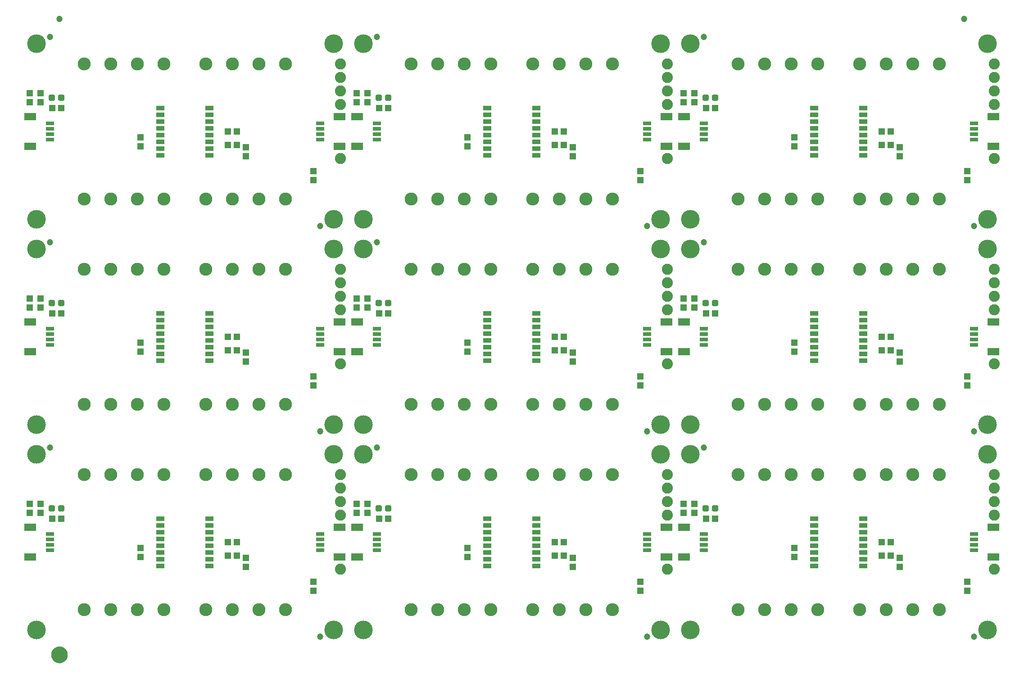
<source format=gts>
G04 EAGLE Gerber RS-274X export*
G75*
%MOMM*%
%FSLAX34Y34*%
%LPD*%
%INSoldermask Top*%
%IPPOS*%
%AMOC8*
5,1,8,0,0,1.08239X$1,22.5*%
G01*
%ADD10C,3.505200*%
%ADD11C,1.203200*%
%ADD12R,2.203200X1.403200*%
%ADD13R,1.553200X0.803200*%
%ADD14R,1.203200X1.303200*%
%ADD15R,1.600200X0.850900*%
%ADD16R,1.303200X1.203200*%
%ADD17C,2.453200*%
%ADD18C,0.505344*%
%ADD19C,2.082800*%
%ADD20C,1.270000*%
%ADD21C,1.703200*%


D10*
X25400Y25400D03*
X584200Y25400D03*
D11*
X558800Y12700D03*
X50800Y368300D03*
D12*
X14050Y218500D03*
X14050Y162500D03*
D13*
X50800Y205500D03*
X50800Y195500D03*
X50800Y185500D03*
X50800Y175500D03*
D14*
X220980Y162950D03*
X220980Y179950D03*
D12*
X595550Y162500D03*
X595550Y218500D03*
D13*
X558800Y175500D03*
X558800Y185500D03*
X558800Y195500D03*
X558800Y205500D03*
D14*
X33020Y245500D03*
X33020Y262500D03*
X12700Y245500D03*
X12700Y262500D03*
D15*
X351300Y146050D03*
X351300Y158750D03*
X351300Y171450D03*
X351300Y184150D03*
X351300Y196850D03*
X351300Y209550D03*
X351300Y222250D03*
X351300Y234950D03*
X258300Y234950D03*
X258300Y222250D03*
X258300Y209550D03*
X258300Y196850D03*
X258300Y184150D03*
X258300Y171450D03*
X258300Y158750D03*
X258300Y146050D03*
D16*
X402200Y190500D03*
X385200Y190500D03*
X402200Y165100D03*
X385200Y165100D03*
D14*
X419100Y160900D03*
X419100Y143900D03*
D10*
X584200Y355600D03*
X25400Y355600D03*
D14*
X546100Y116450D03*
X546100Y99450D03*
D17*
X494100Y63500D03*
X444100Y63500D03*
X394100Y63500D03*
X344100Y63500D03*
X344100Y317500D03*
X394100Y317500D03*
X444100Y317500D03*
X494100Y317500D03*
D16*
X55000Y234950D03*
X72000Y234950D03*
D18*
X68780Y250510D02*
X68780Y257490D01*
X75760Y257490D01*
X75760Y250510D01*
X68780Y250510D01*
X68780Y255310D02*
X75760Y255310D01*
X51240Y257490D02*
X51240Y250510D01*
X51240Y257490D02*
X58220Y257490D01*
X58220Y250510D01*
X51240Y250510D01*
X51240Y255310D02*
X58220Y255310D01*
D17*
X115500Y317500D03*
X165500Y317500D03*
X215500Y317500D03*
X265500Y317500D03*
X265500Y63500D03*
X215500Y63500D03*
X165500Y63500D03*
X115500Y63500D03*
D19*
X596900Y139700D03*
X596900Y241300D03*
X596900Y266700D03*
X596900Y292100D03*
X596900Y317500D03*
D10*
X640080Y25400D03*
X1198880Y25400D03*
D11*
X1173480Y12700D03*
X665480Y368300D03*
D12*
X628730Y218500D03*
X628730Y162500D03*
D13*
X665480Y205500D03*
X665480Y195500D03*
X665480Y185500D03*
X665480Y175500D03*
D14*
X835660Y162950D03*
X835660Y179950D03*
D12*
X1210230Y162500D03*
X1210230Y218500D03*
D13*
X1173480Y175500D03*
X1173480Y185500D03*
X1173480Y195500D03*
X1173480Y205500D03*
D14*
X647700Y245500D03*
X647700Y262500D03*
X627380Y245500D03*
X627380Y262500D03*
D15*
X965980Y146050D03*
X965980Y158750D03*
X965980Y171450D03*
X965980Y184150D03*
X965980Y196850D03*
X965980Y209550D03*
X965980Y222250D03*
X965980Y234950D03*
X872980Y234950D03*
X872980Y222250D03*
X872980Y209550D03*
X872980Y196850D03*
X872980Y184150D03*
X872980Y171450D03*
X872980Y158750D03*
X872980Y146050D03*
D16*
X1016880Y190500D03*
X999880Y190500D03*
X1016880Y165100D03*
X999880Y165100D03*
D14*
X1033780Y160900D03*
X1033780Y143900D03*
D10*
X1198880Y355600D03*
X640080Y355600D03*
D14*
X1160780Y116450D03*
X1160780Y99450D03*
D17*
X1108780Y63500D03*
X1058780Y63500D03*
X1008780Y63500D03*
X958780Y63500D03*
X958780Y317500D03*
X1008780Y317500D03*
X1058780Y317500D03*
X1108780Y317500D03*
D16*
X669680Y234950D03*
X686680Y234950D03*
D18*
X683460Y250510D02*
X683460Y257490D01*
X690440Y257490D01*
X690440Y250510D01*
X683460Y250510D01*
X683460Y255310D02*
X690440Y255310D01*
X665920Y257490D02*
X665920Y250510D01*
X665920Y257490D02*
X672900Y257490D01*
X672900Y250510D01*
X665920Y250510D01*
X665920Y255310D02*
X672900Y255310D01*
D17*
X730180Y317500D03*
X780180Y317500D03*
X830180Y317500D03*
X880180Y317500D03*
X880180Y63500D03*
X830180Y63500D03*
X780180Y63500D03*
X730180Y63500D03*
D19*
X1211580Y139700D03*
X1211580Y241300D03*
X1211580Y266700D03*
X1211580Y292100D03*
X1211580Y317500D03*
D10*
X1254760Y25400D03*
X1813560Y25400D03*
D11*
X1788160Y12700D03*
X1280160Y368300D03*
D12*
X1243410Y218500D03*
X1243410Y162500D03*
D13*
X1280160Y205500D03*
X1280160Y195500D03*
X1280160Y185500D03*
X1280160Y175500D03*
D14*
X1450340Y162950D03*
X1450340Y179950D03*
D12*
X1824910Y162500D03*
X1824910Y218500D03*
D13*
X1788160Y175500D03*
X1788160Y185500D03*
X1788160Y195500D03*
X1788160Y205500D03*
D14*
X1262380Y245500D03*
X1262380Y262500D03*
X1242060Y245500D03*
X1242060Y262500D03*
D15*
X1580660Y146050D03*
X1580660Y158750D03*
X1580660Y171450D03*
X1580660Y184150D03*
X1580660Y196850D03*
X1580660Y209550D03*
X1580660Y222250D03*
X1580660Y234950D03*
X1487660Y234950D03*
X1487660Y222250D03*
X1487660Y209550D03*
X1487660Y196850D03*
X1487660Y184150D03*
X1487660Y171450D03*
X1487660Y158750D03*
X1487660Y146050D03*
D16*
X1631560Y190500D03*
X1614560Y190500D03*
X1631560Y165100D03*
X1614560Y165100D03*
D14*
X1648460Y160900D03*
X1648460Y143900D03*
D10*
X1813560Y355600D03*
X1254760Y355600D03*
D14*
X1775460Y116450D03*
X1775460Y99450D03*
D17*
X1723460Y63500D03*
X1673460Y63500D03*
X1623460Y63500D03*
X1573460Y63500D03*
X1573460Y317500D03*
X1623460Y317500D03*
X1673460Y317500D03*
X1723460Y317500D03*
D16*
X1284360Y234950D03*
X1301360Y234950D03*
D18*
X1298140Y250510D02*
X1298140Y257490D01*
X1305120Y257490D01*
X1305120Y250510D01*
X1298140Y250510D01*
X1298140Y255310D02*
X1305120Y255310D01*
X1280600Y257490D02*
X1280600Y250510D01*
X1280600Y257490D02*
X1287580Y257490D01*
X1287580Y250510D01*
X1280600Y250510D01*
X1280600Y255310D02*
X1287580Y255310D01*
D17*
X1344860Y317500D03*
X1394860Y317500D03*
X1444860Y317500D03*
X1494860Y317500D03*
X1494860Y63500D03*
X1444860Y63500D03*
X1394860Y63500D03*
X1344860Y63500D03*
D19*
X1826260Y139700D03*
X1826260Y241300D03*
X1826260Y266700D03*
X1826260Y292100D03*
X1826260Y317500D03*
D10*
X25400Y411480D03*
X584200Y411480D03*
D11*
X558800Y398780D03*
X50800Y754380D03*
D12*
X14050Y604580D03*
X14050Y548580D03*
D13*
X50800Y591580D03*
X50800Y581580D03*
X50800Y571580D03*
X50800Y561580D03*
D14*
X220980Y549030D03*
X220980Y566030D03*
D12*
X595550Y548580D03*
X595550Y604580D03*
D13*
X558800Y561580D03*
X558800Y571580D03*
X558800Y581580D03*
X558800Y591580D03*
D14*
X33020Y631580D03*
X33020Y648580D03*
X12700Y631580D03*
X12700Y648580D03*
D15*
X351300Y532130D03*
X351300Y544830D03*
X351300Y557530D03*
X351300Y570230D03*
X351300Y582930D03*
X351300Y595630D03*
X351300Y608330D03*
X351300Y621030D03*
X258300Y621030D03*
X258300Y608330D03*
X258300Y595630D03*
X258300Y582930D03*
X258300Y570230D03*
X258300Y557530D03*
X258300Y544830D03*
X258300Y532130D03*
D16*
X402200Y576580D03*
X385200Y576580D03*
X402200Y551180D03*
X385200Y551180D03*
D14*
X419100Y546980D03*
X419100Y529980D03*
D10*
X584200Y741680D03*
X25400Y741680D03*
D14*
X546100Y502530D03*
X546100Y485530D03*
D17*
X494100Y449580D03*
X444100Y449580D03*
X394100Y449580D03*
X344100Y449580D03*
X344100Y703580D03*
X394100Y703580D03*
X444100Y703580D03*
X494100Y703580D03*
D16*
X55000Y621030D03*
X72000Y621030D03*
D18*
X68780Y636590D02*
X68780Y643570D01*
X75760Y643570D01*
X75760Y636590D01*
X68780Y636590D01*
X68780Y641390D02*
X75760Y641390D01*
X51240Y643570D02*
X51240Y636590D01*
X51240Y643570D02*
X58220Y643570D01*
X58220Y636590D01*
X51240Y636590D01*
X51240Y641390D02*
X58220Y641390D01*
D17*
X115500Y703580D03*
X165500Y703580D03*
X215500Y703580D03*
X265500Y703580D03*
X265500Y449580D03*
X215500Y449580D03*
X165500Y449580D03*
X115500Y449580D03*
D19*
X596900Y525780D03*
X596900Y627380D03*
X596900Y652780D03*
X596900Y678180D03*
X596900Y703580D03*
D10*
X640080Y411480D03*
X1198880Y411480D03*
D11*
X1173480Y398780D03*
X665480Y754380D03*
D12*
X628730Y604580D03*
X628730Y548580D03*
D13*
X665480Y591580D03*
X665480Y581580D03*
X665480Y571580D03*
X665480Y561580D03*
D14*
X835660Y549030D03*
X835660Y566030D03*
D12*
X1210230Y548580D03*
X1210230Y604580D03*
D13*
X1173480Y561580D03*
X1173480Y571580D03*
X1173480Y581580D03*
X1173480Y591580D03*
D14*
X647700Y631580D03*
X647700Y648580D03*
X627380Y631580D03*
X627380Y648580D03*
D15*
X965980Y532130D03*
X965980Y544830D03*
X965980Y557530D03*
X965980Y570230D03*
X965980Y582930D03*
X965980Y595630D03*
X965980Y608330D03*
X965980Y621030D03*
X872980Y621030D03*
X872980Y608330D03*
X872980Y595630D03*
X872980Y582930D03*
X872980Y570230D03*
X872980Y557530D03*
X872980Y544830D03*
X872980Y532130D03*
D16*
X1016880Y576580D03*
X999880Y576580D03*
X1016880Y551180D03*
X999880Y551180D03*
D14*
X1033780Y546980D03*
X1033780Y529980D03*
D10*
X1198880Y741680D03*
X640080Y741680D03*
D14*
X1160780Y502530D03*
X1160780Y485530D03*
D17*
X1108780Y449580D03*
X1058780Y449580D03*
X1008780Y449580D03*
X958780Y449580D03*
X958780Y703580D03*
X1008780Y703580D03*
X1058780Y703580D03*
X1108780Y703580D03*
D16*
X669680Y621030D03*
X686680Y621030D03*
D18*
X683460Y636590D02*
X683460Y643570D01*
X690440Y643570D01*
X690440Y636590D01*
X683460Y636590D01*
X683460Y641390D02*
X690440Y641390D01*
X665920Y643570D02*
X665920Y636590D01*
X665920Y643570D02*
X672900Y643570D01*
X672900Y636590D01*
X665920Y636590D01*
X665920Y641390D02*
X672900Y641390D01*
D17*
X730180Y703580D03*
X780180Y703580D03*
X830180Y703580D03*
X880180Y703580D03*
X880180Y449580D03*
X830180Y449580D03*
X780180Y449580D03*
X730180Y449580D03*
D19*
X1211580Y525780D03*
X1211580Y627380D03*
X1211580Y652780D03*
X1211580Y678180D03*
X1211580Y703580D03*
D10*
X1254760Y411480D03*
X1813560Y411480D03*
D11*
X1788160Y398780D03*
X1280160Y754380D03*
D12*
X1243410Y604580D03*
X1243410Y548580D03*
D13*
X1280160Y591580D03*
X1280160Y581580D03*
X1280160Y571580D03*
X1280160Y561580D03*
D14*
X1450340Y549030D03*
X1450340Y566030D03*
D12*
X1824910Y548580D03*
X1824910Y604580D03*
D13*
X1788160Y561580D03*
X1788160Y571580D03*
X1788160Y581580D03*
X1788160Y591580D03*
D14*
X1262380Y631580D03*
X1262380Y648580D03*
X1242060Y631580D03*
X1242060Y648580D03*
D15*
X1580660Y532130D03*
X1580660Y544830D03*
X1580660Y557530D03*
X1580660Y570230D03*
X1580660Y582930D03*
X1580660Y595630D03*
X1580660Y608330D03*
X1580660Y621030D03*
X1487660Y621030D03*
X1487660Y608330D03*
X1487660Y595630D03*
X1487660Y582930D03*
X1487660Y570230D03*
X1487660Y557530D03*
X1487660Y544830D03*
X1487660Y532130D03*
D16*
X1631560Y576580D03*
X1614560Y576580D03*
X1631560Y551180D03*
X1614560Y551180D03*
D14*
X1648460Y546980D03*
X1648460Y529980D03*
D10*
X1813560Y741680D03*
X1254760Y741680D03*
D14*
X1775460Y502530D03*
X1775460Y485530D03*
D17*
X1723460Y449580D03*
X1673460Y449580D03*
X1623460Y449580D03*
X1573460Y449580D03*
X1573460Y703580D03*
X1623460Y703580D03*
X1673460Y703580D03*
X1723460Y703580D03*
D16*
X1284360Y621030D03*
X1301360Y621030D03*
D18*
X1298140Y636590D02*
X1298140Y643570D01*
X1305120Y643570D01*
X1305120Y636590D01*
X1298140Y636590D01*
X1298140Y641390D02*
X1305120Y641390D01*
X1280600Y643570D02*
X1280600Y636590D01*
X1280600Y643570D02*
X1287580Y643570D01*
X1287580Y636590D01*
X1280600Y636590D01*
X1280600Y641390D02*
X1287580Y641390D01*
D17*
X1344860Y703580D03*
X1394860Y703580D03*
X1444860Y703580D03*
X1494860Y703580D03*
X1494860Y449580D03*
X1444860Y449580D03*
X1394860Y449580D03*
X1344860Y449580D03*
D19*
X1826260Y525780D03*
X1826260Y627380D03*
X1826260Y652780D03*
X1826260Y678180D03*
X1826260Y703580D03*
D10*
X25400Y797560D03*
X584200Y797560D03*
D11*
X558800Y784860D03*
X50800Y1140460D03*
D12*
X14050Y990660D03*
X14050Y934660D03*
D13*
X50800Y977660D03*
X50800Y967660D03*
X50800Y957660D03*
X50800Y947660D03*
D14*
X220980Y935110D03*
X220980Y952110D03*
D12*
X595550Y934660D03*
X595550Y990660D03*
D13*
X558800Y947660D03*
X558800Y957660D03*
X558800Y967660D03*
X558800Y977660D03*
D14*
X33020Y1017660D03*
X33020Y1034660D03*
X12700Y1017660D03*
X12700Y1034660D03*
D15*
X351300Y918210D03*
X351300Y930910D03*
X351300Y943610D03*
X351300Y956310D03*
X351300Y969010D03*
X351300Y981710D03*
X351300Y994410D03*
X351300Y1007110D03*
X258300Y1007110D03*
X258300Y994410D03*
X258300Y981710D03*
X258300Y969010D03*
X258300Y956310D03*
X258300Y943610D03*
X258300Y930910D03*
X258300Y918210D03*
D16*
X402200Y962660D03*
X385200Y962660D03*
X402200Y937260D03*
X385200Y937260D03*
D14*
X419100Y933060D03*
X419100Y916060D03*
D10*
X584200Y1127760D03*
X25400Y1127760D03*
D14*
X546100Y888610D03*
X546100Y871610D03*
D17*
X494100Y835660D03*
X444100Y835660D03*
X394100Y835660D03*
X344100Y835660D03*
X344100Y1089660D03*
X394100Y1089660D03*
X444100Y1089660D03*
X494100Y1089660D03*
D16*
X55000Y1007110D03*
X72000Y1007110D03*
D18*
X68780Y1022670D02*
X68780Y1029650D01*
X75760Y1029650D01*
X75760Y1022670D01*
X68780Y1022670D01*
X68780Y1027470D02*
X75760Y1027470D01*
X51240Y1029650D02*
X51240Y1022670D01*
X51240Y1029650D02*
X58220Y1029650D01*
X58220Y1022670D01*
X51240Y1022670D01*
X51240Y1027470D02*
X58220Y1027470D01*
D17*
X115500Y1089660D03*
X165500Y1089660D03*
X215500Y1089660D03*
X265500Y1089660D03*
X265500Y835660D03*
X215500Y835660D03*
X165500Y835660D03*
X115500Y835660D03*
D19*
X596900Y911860D03*
X596900Y1013460D03*
X596900Y1038860D03*
X596900Y1064260D03*
X596900Y1089660D03*
D10*
X640080Y797560D03*
X1198880Y797560D03*
D11*
X1173480Y784860D03*
X665480Y1140460D03*
D12*
X628730Y990660D03*
X628730Y934660D03*
D13*
X665480Y977660D03*
X665480Y967660D03*
X665480Y957660D03*
X665480Y947660D03*
D14*
X835660Y935110D03*
X835660Y952110D03*
D12*
X1210230Y934660D03*
X1210230Y990660D03*
D13*
X1173480Y947660D03*
X1173480Y957660D03*
X1173480Y967660D03*
X1173480Y977660D03*
D14*
X647700Y1017660D03*
X647700Y1034660D03*
X627380Y1017660D03*
X627380Y1034660D03*
D15*
X965980Y918210D03*
X965980Y930910D03*
X965980Y943610D03*
X965980Y956310D03*
X965980Y969010D03*
X965980Y981710D03*
X965980Y994410D03*
X965980Y1007110D03*
X872980Y1007110D03*
X872980Y994410D03*
X872980Y981710D03*
X872980Y969010D03*
X872980Y956310D03*
X872980Y943610D03*
X872980Y930910D03*
X872980Y918210D03*
D16*
X1016880Y962660D03*
X999880Y962660D03*
X1016880Y937260D03*
X999880Y937260D03*
D14*
X1033780Y933060D03*
X1033780Y916060D03*
D10*
X1198880Y1127760D03*
X640080Y1127760D03*
D14*
X1160780Y888610D03*
X1160780Y871610D03*
D17*
X1108780Y835660D03*
X1058780Y835660D03*
X1008780Y835660D03*
X958780Y835660D03*
X958780Y1089660D03*
X1008780Y1089660D03*
X1058780Y1089660D03*
X1108780Y1089660D03*
D16*
X669680Y1007110D03*
X686680Y1007110D03*
D18*
X683460Y1022670D02*
X683460Y1029650D01*
X690440Y1029650D01*
X690440Y1022670D01*
X683460Y1022670D01*
X683460Y1027470D02*
X690440Y1027470D01*
X665920Y1029650D02*
X665920Y1022670D01*
X665920Y1029650D02*
X672900Y1029650D01*
X672900Y1022670D01*
X665920Y1022670D01*
X665920Y1027470D02*
X672900Y1027470D01*
D17*
X730180Y1089660D03*
X780180Y1089660D03*
X830180Y1089660D03*
X880180Y1089660D03*
X880180Y835660D03*
X830180Y835660D03*
X780180Y835660D03*
X730180Y835660D03*
D19*
X1211580Y911860D03*
X1211580Y1013460D03*
X1211580Y1038860D03*
X1211580Y1064260D03*
X1211580Y1089660D03*
D10*
X1254760Y797560D03*
X1813560Y797560D03*
D11*
X1788160Y784860D03*
X1280160Y1140460D03*
D12*
X1243410Y990660D03*
X1243410Y934660D03*
D13*
X1280160Y977660D03*
X1280160Y967660D03*
X1280160Y957660D03*
X1280160Y947660D03*
D14*
X1450340Y935110D03*
X1450340Y952110D03*
D12*
X1824910Y934660D03*
X1824910Y990660D03*
D13*
X1788160Y947660D03*
X1788160Y957660D03*
X1788160Y967660D03*
X1788160Y977660D03*
D14*
X1262380Y1017660D03*
X1262380Y1034660D03*
X1242060Y1017660D03*
X1242060Y1034660D03*
D15*
X1580660Y918210D03*
X1580660Y930910D03*
X1580660Y943610D03*
X1580660Y956310D03*
X1580660Y969010D03*
X1580660Y981710D03*
X1580660Y994410D03*
X1580660Y1007110D03*
X1487660Y1007110D03*
X1487660Y994410D03*
X1487660Y981710D03*
X1487660Y969010D03*
X1487660Y956310D03*
X1487660Y943610D03*
X1487660Y930910D03*
X1487660Y918210D03*
D16*
X1631560Y962660D03*
X1614560Y962660D03*
X1631560Y937260D03*
X1614560Y937260D03*
D14*
X1648460Y933060D03*
X1648460Y916060D03*
D10*
X1813560Y1127760D03*
X1254760Y1127760D03*
D14*
X1775460Y888610D03*
X1775460Y871610D03*
D17*
X1723460Y835660D03*
X1673460Y835660D03*
X1623460Y835660D03*
X1573460Y835660D03*
X1573460Y1089660D03*
X1623460Y1089660D03*
X1673460Y1089660D03*
X1723460Y1089660D03*
D16*
X1284360Y1007110D03*
X1301360Y1007110D03*
D18*
X1298140Y1022670D02*
X1298140Y1029650D01*
X1305120Y1029650D01*
X1305120Y1022670D01*
X1298140Y1022670D01*
X1298140Y1027470D02*
X1305120Y1027470D01*
X1280600Y1029650D02*
X1280600Y1022670D01*
X1280600Y1029650D02*
X1287580Y1029650D01*
X1287580Y1022670D01*
X1280600Y1022670D01*
X1280600Y1027470D02*
X1287580Y1027470D01*
D17*
X1344860Y1089660D03*
X1394860Y1089660D03*
X1444860Y1089660D03*
X1494860Y1089660D03*
X1494860Y835660D03*
X1444860Y835660D03*
X1394860Y835660D03*
X1344860Y835660D03*
D19*
X1826260Y911860D03*
X1826260Y1013460D03*
X1826260Y1038860D03*
X1826260Y1064260D03*
X1826260Y1089660D03*
D11*
X68580Y1174115D03*
X1769745Y1174115D03*
D20*
X59525Y-20955D02*
X59528Y-20733D01*
X59536Y-20511D01*
X59550Y-20289D01*
X59569Y-20067D01*
X59593Y-19847D01*
X59623Y-19626D01*
X59658Y-19407D01*
X59699Y-19188D01*
X59745Y-18971D01*
X59796Y-18755D01*
X59853Y-18540D01*
X59915Y-18326D01*
X59982Y-18115D01*
X60054Y-17904D01*
X60132Y-17696D01*
X60214Y-17490D01*
X60302Y-17286D01*
X60394Y-17083D01*
X60492Y-16884D01*
X60594Y-16687D01*
X60701Y-16492D01*
X60813Y-16300D01*
X60930Y-16111D01*
X61051Y-15924D01*
X61177Y-15741D01*
X61307Y-15561D01*
X61442Y-15384D01*
X61580Y-15211D01*
X61723Y-15041D01*
X61871Y-14874D01*
X62022Y-14711D01*
X62177Y-14552D01*
X62336Y-14397D01*
X62499Y-14246D01*
X62666Y-14098D01*
X62836Y-13955D01*
X63009Y-13817D01*
X63186Y-13682D01*
X63366Y-13552D01*
X63549Y-13426D01*
X63736Y-13305D01*
X63925Y-13188D01*
X64117Y-13076D01*
X64312Y-12969D01*
X64509Y-12867D01*
X64708Y-12769D01*
X64911Y-12677D01*
X65115Y-12589D01*
X65321Y-12507D01*
X65529Y-12429D01*
X65740Y-12357D01*
X65951Y-12290D01*
X66165Y-12228D01*
X66380Y-12171D01*
X66596Y-12120D01*
X66813Y-12074D01*
X67032Y-12033D01*
X67251Y-11998D01*
X67472Y-11968D01*
X67692Y-11944D01*
X67914Y-11925D01*
X68136Y-11911D01*
X68358Y-11903D01*
X68580Y-11900D01*
X68802Y-11903D01*
X69024Y-11911D01*
X69246Y-11925D01*
X69468Y-11944D01*
X69688Y-11968D01*
X69909Y-11998D01*
X70128Y-12033D01*
X70347Y-12074D01*
X70564Y-12120D01*
X70780Y-12171D01*
X70995Y-12228D01*
X71209Y-12290D01*
X71420Y-12357D01*
X71631Y-12429D01*
X71839Y-12507D01*
X72045Y-12589D01*
X72249Y-12677D01*
X72452Y-12769D01*
X72651Y-12867D01*
X72848Y-12969D01*
X73043Y-13076D01*
X73235Y-13188D01*
X73424Y-13305D01*
X73611Y-13426D01*
X73794Y-13552D01*
X73974Y-13682D01*
X74151Y-13817D01*
X74324Y-13955D01*
X74494Y-14098D01*
X74661Y-14246D01*
X74824Y-14397D01*
X74983Y-14552D01*
X75138Y-14711D01*
X75289Y-14874D01*
X75437Y-15041D01*
X75580Y-15211D01*
X75718Y-15384D01*
X75853Y-15561D01*
X75983Y-15741D01*
X76109Y-15924D01*
X76230Y-16111D01*
X76347Y-16300D01*
X76459Y-16492D01*
X76566Y-16687D01*
X76668Y-16884D01*
X76766Y-17083D01*
X76858Y-17286D01*
X76946Y-17490D01*
X77028Y-17696D01*
X77106Y-17904D01*
X77178Y-18115D01*
X77245Y-18326D01*
X77307Y-18540D01*
X77364Y-18755D01*
X77415Y-18971D01*
X77461Y-19188D01*
X77502Y-19407D01*
X77537Y-19626D01*
X77567Y-19847D01*
X77591Y-20067D01*
X77610Y-20289D01*
X77624Y-20511D01*
X77632Y-20733D01*
X77635Y-20955D01*
X77632Y-21177D01*
X77624Y-21399D01*
X77610Y-21621D01*
X77591Y-21843D01*
X77567Y-22063D01*
X77537Y-22284D01*
X77502Y-22503D01*
X77461Y-22722D01*
X77415Y-22939D01*
X77364Y-23155D01*
X77307Y-23370D01*
X77245Y-23584D01*
X77178Y-23795D01*
X77106Y-24006D01*
X77028Y-24214D01*
X76946Y-24420D01*
X76858Y-24624D01*
X76766Y-24827D01*
X76668Y-25026D01*
X76566Y-25223D01*
X76459Y-25418D01*
X76347Y-25610D01*
X76230Y-25799D01*
X76109Y-25986D01*
X75983Y-26169D01*
X75853Y-26349D01*
X75718Y-26526D01*
X75580Y-26699D01*
X75437Y-26869D01*
X75289Y-27036D01*
X75138Y-27199D01*
X74983Y-27358D01*
X74824Y-27513D01*
X74661Y-27664D01*
X74494Y-27812D01*
X74324Y-27955D01*
X74151Y-28093D01*
X73974Y-28228D01*
X73794Y-28358D01*
X73611Y-28484D01*
X73424Y-28605D01*
X73235Y-28722D01*
X73043Y-28834D01*
X72848Y-28941D01*
X72651Y-29043D01*
X72452Y-29141D01*
X72249Y-29233D01*
X72045Y-29321D01*
X71839Y-29403D01*
X71631Y-29481D01*
X71420Y-29553D01*
X71209Y-29620D01*
X70995Y-29682D01*
X70780Y-29739D01*
X70564Y-29790D01*
X70347Y-29836D01*
X70128Y-29877D01*
X69909Y-29912D01*
X69688Y-29942D01*
X69468Y-29966D01*
X69246Y-29985D01*
X69024Y-29999D01*
X68802Y-30007D01*
X68580Y-30010D01*
X68358Y-30007D01*
X68136Y-29999D01*
X67914Y-29985D01*
X67692Y-29966D01*
X67472Y-29942D01*
X67251Y-29912D01*
X67032Y-29877D01*
X66813Y-29836D01*
X66596Y-29790D01*
X66380Y-29739D01*
X66165Y-29682D01*
X65951Y-29620D01*
X65740Y-29553D01*
X65529Y-29481D01*
X65321Y-29403D01*
X65115Y-29321D01*
X64911Y-29233D01*
X64708Y-29141D01*
X64509Y-29043D01*
X64312Y-28941D01*
X64117Y-28834D01*
X63925Y-28722D01*
X63736Y-28605D01*
X63549Y-28484D01*
X63366Y-28358D01*
X63186Y-28228D01*
X63009Y-28093D01*
X62836Y-27955D01*
X62666Y-27812D01*
X62499Y-27664D01*
X62336Y-27513D01*
X62177Y-27358D01*
X62022Y-27199D01*
X61871Y-27036D01*
X61723Y-26869D01*
X61580Y-26699D01*
X61442Y-26526D01*
X61307Y-26349D01*
X61177Y-26169D01*
X61051Y-25986D01*
X60930Y-25799D01*
X60813Y-25610D01*
X60701Y-25418D01*
X60594Y-25223D01*
X60492Y-25026D01*
X60394Y-24827D01*
X60302Y-24624D01*
X60214Y-24420D01*
X60132Y-24214D01*
X60054Y-24006D01*
X59982Y-23795D01*
X59915Y-23584D01*
X59853Y-23370D01*
X59796Y-23155D01*
X59745Y-22939D01*
X59699Y-22722D01*
X59658Y-22503D01*
X59623Y-22284D01*
X59593Y-22063D01*
X59569Y-21843D01*
X59550Y-21621D01*
X59536Y-21399D01*
X59528Y-21177D01*
X59525Y-20955D01*
D21*
X68580Y-20955D03*
M02*

</source>
